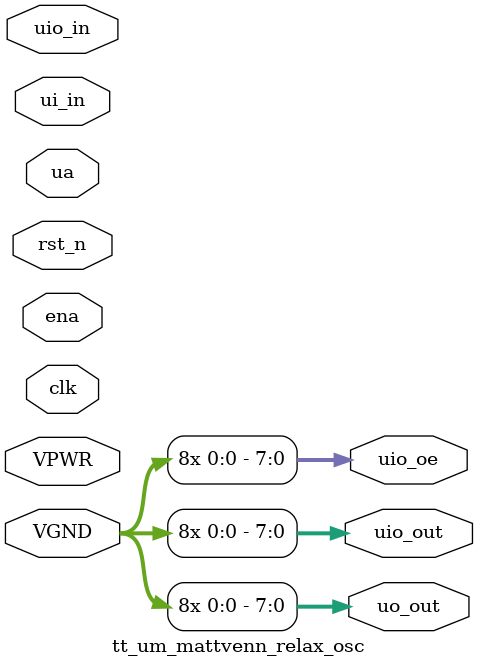
<source format=v>
`default_nettype none


module tt_um_mattvenn_relax_osc (
    input  wire       VGND,
    input  wire       VPWR,
    input  wire [7:0] ui_in,    // Dedicated inputs
    output wire [7:0] uo_out,   // Dedicated outputs
    input  wire [7:0] uio_in,   // IOs: Input path
    output wire [7:0] uio_out,  // IOs: Output path
    output wire [7:0] uio_oe,   // IOs: Enable path (active high: 0=input, 1=output)
    inout  wire [7:0] ua, // analog pins
    input  wire       ena,      // will go high when the design is enabled
    input  wire       clk,      // clock
    input  wire       rst_n     // reset_n - low to reset
);
    // ties for the output enables
    assign uo_out[0] = VGND;
    assign uo_out[1] = VGND;
    assign uo_out[2] = VGND;
    assign uo_out[3] = VGND;
    assign uo_out[4] = VGND;
    assign uo_out[5] = VGND;
    assign uo_out[6] = VGND;
    assign uo_out[7] = VGND;

    assign uio_out[0] = VGND;
    assign uio_out[1] = VGND;
    assign uio_out[2] = VGND;
    assign uio_out[3] = VGND;
    assign uio_out[4] = VGND;
    assign uio_out[5] = VGND;
    assign uio_out[6] = VGND;
    assign uio_out[7] = VGND;

    assign uio_oe[0] = VGND;
    assign uio_oe[1] = VGND;
    assign uio_oe[2] = VGND;
    assign uio_oe[3] = VGND;
    assign uio_oe[4] = VGND;
    assign uio_oe[5] = VGND;
    assign uio_oe[6] = VGND;
    assign uio_oe[7] = VGND;

endmodule

</source>
